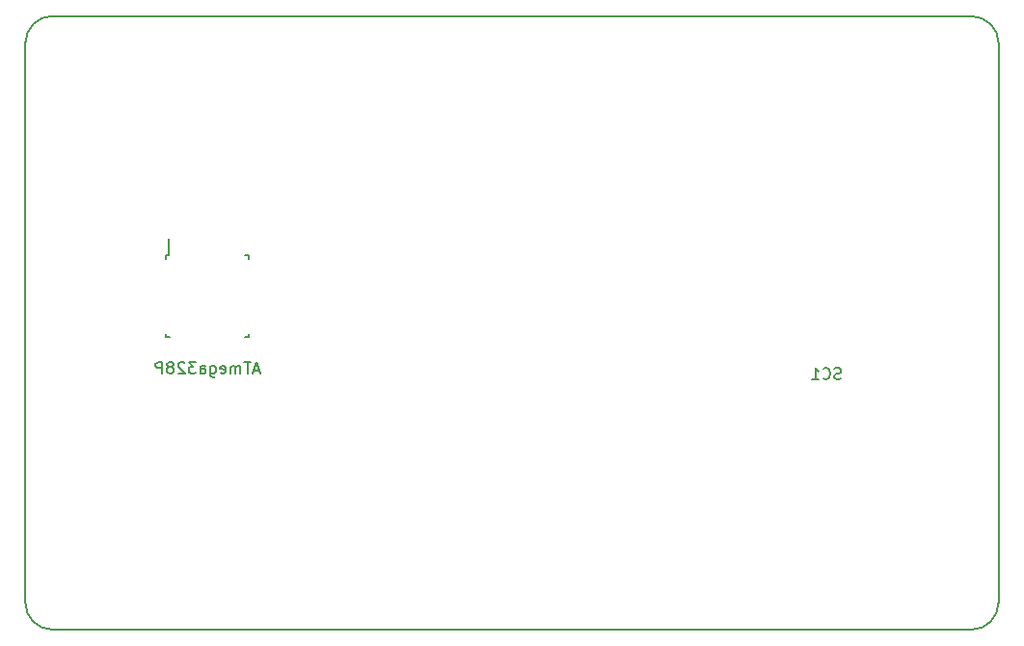
<source format=gbr>
%TF.GenerationSoftware,KiCad,Pcbnew,4.0.2+dfsg1-stable*%
%TF.CreationDate,2018-07-14T12:02:58+02:00*%
%TF.ProjectId,carte_7816,63617274655F373831362E6B69636164,rev?*%
%TF.FileFunction,Legend,Bot*%
%FSLAX46Y46*%
G04 Gerber Fmt 4.6, Leading zero omitted, Abs format (unit mm)*
G04 Created by KiCad (PCBNEW 4.0.2+dfsg1-stable) date sam. 14 juil. 2018 12:02:58 CEST*
%MOMM*%
G01*
G04 APERTURE LIST*
%ADD10C,0.150000*%
G04 APERTURE END LIST*
D10*
X85471000Y-2413000D02*
X85471000Y-51562000D01*
X2413000Y-53975000D02*
X83058000Y-53975000D01*
X0Y-2413000D02*
X0Y-51562000D01*
X83058000Y0D02*
X2413000Y0D01*
X83058000Y-53975000D02*
G75*
G03X85471000Y-51562000I0J2413000D01*
G01*
X0Y-51562000D02*
G75*
G03X2413000Y-53975000I2413000J0D01*
G01*
X2413000Y0D02*
G75*
G03X0Y-2413000I0J-2413000D01*
G01*
X85471000Y-2413000D02*
G75*
G03X83058000Y0I-2413000J0D01*
G01*
X12377000Y-21013000D02*
X12602000Y-21013000D01*
X12377000Y-28263000D02*
X12702000Y-28263000D01*
X19627000Y-28263000D02*
X19302000Y-28263000D01*
X19627000Y-21013000D02*
X19302000Y-21013000D01*
X12377000Y-21013000D02*
X12377000Y-21338000D01*
X19627000Y-21013000D02*
X19627000Y-21338000D01*
X19627000Y-28263000D02*
X19627000Y-27938000D01*
X12377000Y-28263000D02*
X12377000Y-27938000D01*
X12602000Y-21013000D02*
X12602000Y-19588000D01*
X20549619Y-31154667D02*
X20073428Y-31154667D01*
X20644857Y-31440381D02*
X20311524Y-30440381D01*
X19978190Y-31440381D01*
X19787714Y-30440381D02*
X19216285Y-30440381D01*
X19502000Y-31440381D02*
X19502000Y-30440381D01*
X18882952Y-31440381D02*
X18882952Y-30773714D01*
X18882952Y-30868952D02*
X18835333Y-30821333D01*
X18740095Y-30773714D01*
X18597237Y-30773714D01*
X18501999Y-30821333D01*
X18454380Y-30916571D01*
X18454380Y-31440381D01*
X18454380Y-30916571D02*
X18406761Y-30821333D01*
X18311523Y-30773714D01*
X18168666Y-30773714D01*
X18073428Y-30821333D01*
X18025809Y-30916571D01*
X18025809Y-31440381D01*
X17168666Y-31392762D02*
X17263904Y-31440381D01*
X17454381Y-31440381D01*
X17549619Y-31392762D01*
X17597238Y-31297524D01*
X17597238Y-30916571D01*
X17549619Y-30821333D01*
X17454381Y-30773714D01*
X17263904Y-30773714D01*
X17168666Y-30821333D01*
X17121047Y-30916571D01*
X17121047Y-31011810D01*
X17597238Y-31107048D01*
X16263904Y-30773714D02*
X16263904Y-31583238D01*
X16311523Y-31678476D01*
X16359142Y-31726095D01*
X16454381Y-31773714D01*
X16597238Y-31773714D01*
X16692476Y-31726095D01*
X16263904Y-31392762D02*
X16359142Y-31440381D01*
X16549619Y-31440381D01*
X16644857Y-31392762D01*
X16692476Y-31345143D01*
X16740095Y-31249905D01*
X16740095Y-30964190D01*
X16692476Y-30868952D01*
X16644857Y-30821333D01*
X16549619Y-30773714D01*
X16359142Y-30773714D01*
X16263904Y-30821333D01*
X15359142Y-31440381D02*
X15359142Y-30916571D01*
X15406761Y-30821333D01*
X15501999Y-30773714D01*
X15692476Y-30773714D01*
X15787714Y-30821333D01*
X15359142Y-31392762D02*
X15454380Y-31440381D01*
X15692476Y-31440381D01*
X15787714Y-31392762D01*
X15835333Y-31297524D01*
X15835333Y-31202286D01*
X15787714Y-31107048D01*
X15692476Y-31059429D01*
X15454380Y-31059429D01*
X15359142Y-31011810D01*
X14978190Y-30440381D02*
X14359142Y-30440381D01*
X14692476Y-30821333D01*
X14549618Y-30821333D01*
X14454380Y-30868952D01*
X14406761Y-30916571D01*
X14359142Y-31011810D01*
X14359142Y-31249905D01*
X14406761Y-31345143D01*
X14454380Y-31392762D01*
X14549618Y-31440381D01*
X14835333Y-31440381D01*
X14930571Y-31392762D01*
X14978190Y-31345143D01*
X13978190Y-30535619D02*
X13930571Y-30488000D01*
X13835333Y-30440381D01*
X13597237Y-30440381D01*
X13501999Y-30488000D01*
X13454380Y-30535619D01*
X13406761Y-30630857D01*
X13406761Y-30726095D01*
X13454380Y-30868952D01*
X14025809Y-31440381D01*
X13406761Y-31440381D01*
X12835333Y-30868952D02*
X12930571Y-30821333D01*
X12978190Y-30773714D01*
X13025809Y-30678476D01*
X13025809Y-30630857D01*
X12978190Y-30535619D01*
X12930571Y-30488000D01*
X12835333Y-30440381D01*
X12644856Y-30440381D01*
X12549618Y-30488000D01*
X12501999Y-30535619D01*
X12454380Y-30630857D01*
X12454380Y-30678476D01*
X12501999Y-30773714D01*
X12549618Y-30821333D01*
X12644856Y-30868952D01*
X12835333Y-30868952D01*
X12930571Y-30916571D01*
X12978190Y-30964190D01*
X13025809Y-31059429D01*
X13025809Y-31249905D01*
X12978190Y-31345143D01*
X12930571Y-31392762D01*
X12835333Y-31440381D01*
X12644856Y-31440381D01*
X12549618Y-31392762D01*
X12501999Y-31345143D01*
X12454380Y-31249905D01*
X12454380Y-31059429D01*
X12501999Y-30964190D01*
X12549618Y-30916571D01*
X12644856Y-30868952D01*
X12025809Y-31440381D02*
X12025809Y-30440381D01*
X11644856Y-30440381D01*
X11549618Y-30488000D01*
X11501999Y-30535619D01*
X11454380Y-30630857D01*
X11454380Y-30773714D01*
X11501999Y-30868952D01*
X11549618Y-30916571D01*
X11644856Y-30964190D01*
X12025809Y-30964190D01*
X71619905Y-31900762D02*
X71477048Y-31948381D01*
X71238952Y-31948381D01*
X71143714Y-31900762D01*
X71096095Y-31853143D01*
X71048476Y-31757905D01*
X71048476Y-31662667D01*
X71096095Y-31567429D01*
X71143714Y-31519810D01*
X71238952Y-31472190D01*
X71429429Y-31424571D01*
X71524667Y-31376952D01*
X71572286Y-31329333D01*
X71619905Y-31234095D01*
X71619905Y-31138857D01*
X71572286Y-31043619D01*
X71524667Y-30996000D01*
X71429429Y-30948381D01*
X71191333Y-30948381D01*
X71048476Y-30996000D01*
X70048476Y-31853143D02*
X70096095Y-31900762D01*
X70238952Y-31948381D01*
X70334190Y-31948381D01*
X70477048Y-31900762D01*
X70572286Y-31805524D01*
X70619905Y-31710286D01*
X70667524Y-31519810D01*
X70667524Y-31376952D01*
X70619905Y-31186476D01*
X70572286Y-31091238D01*
X70477048Y-30996000D01*
X70334190Y-30948381D01*
X70238952Y-30948381D01*
X70096095Y-30996000D01*
X70048476Y-31043619D01*
X69096095Y-31948381D02*
X69667524Y-31948381D01*
X69381810Y-31948381D02*
X69381810Y-30948381D01*
X69477048Y-31091238D01*
X69572286Y-31186476D01*
X69667524Y-31234095D01*
M02*

</source>
